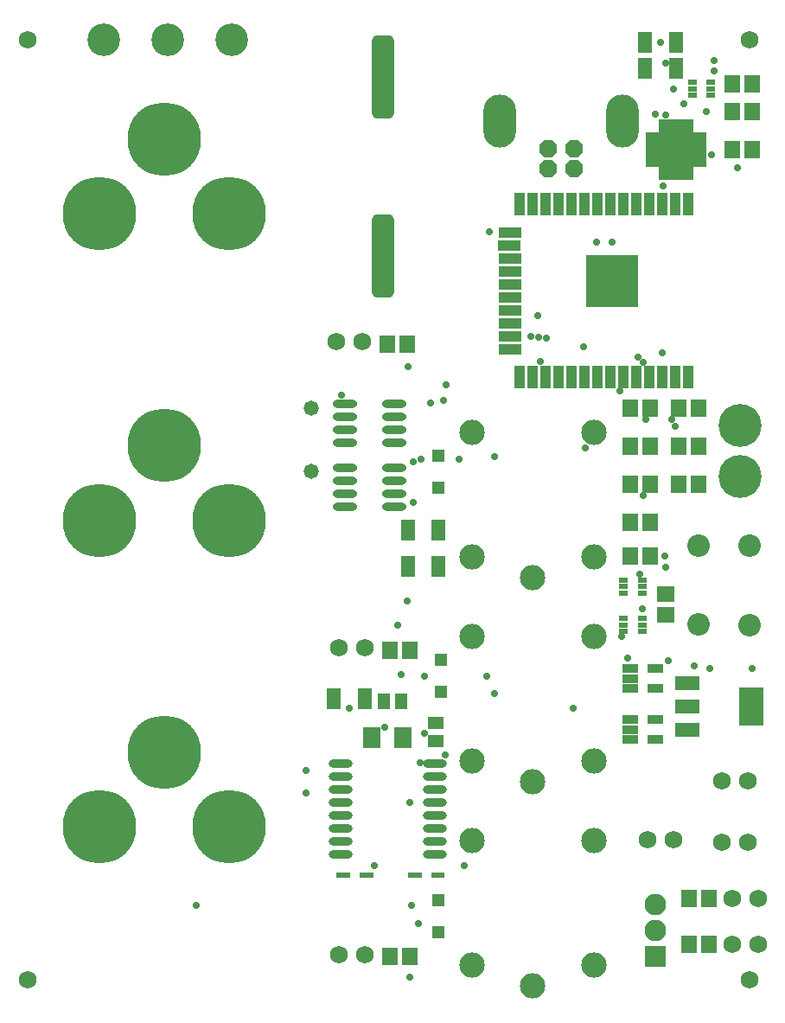
<source format=gts>
G04 Layer_Color=20142*
%FSLAX24Y24*%
%MOIN*%
G70*
G01*
G75*
%ADD64R,0.2326X0.1340*%
%ADD65R,0.1340X0.2326*%
%ADD66R,0.0612X0.0690*%
%ADD67R,0.0533X0.0789*%
%ADD68O,0.0946X0.0316*%
%ADD69R,0.0960X0.0560*%
%ADD70R,0.0950X0.1500*%
%ADD71R,0.0257X0.0218*%
%ADD72R,0.0690X0.0612*%
%ADD73R,0.0631X0.0513*%
%ADD74R,0.0592X0.0356*%
%ADD75R,0.0340X0.0198*%
%ADD76R,0.0474X0.0474*%
%ADD77R,0.1312X0.1312*%
%ADD78O,0.0415X0.0159*%
%ADD79O,0.0159X0.0415*%
%ADD80O,0.0926X0.0316*%
%ADD81R,0.0434X0.0867*%
%ADD82R,0.0867X0.0434*%
%ADD83R,0.2049X0.2049*%
%ADD84R,0.0513X0.0631*%
%ADD85R,0.0671X0.0828*%
%ADD86C,0.0680*%
%ADD87C,0.2836*%
%ADD88C,0.0867*%
%ADD89C,0.1080*%
%ADD90C,0.0830*%
%ADD91R,0.0830X0.0830*%
G04:AMPARAMS|DCode=92|XSize=323mil|YSize=86.7mil|CornerRadius=23.7mil|HoleSize=0mil|Usage=FLASHONLY|Rotation=270.000|XOffset=0mil|YOffset=0mil|HoleType=Round|Shape=RoundedRectangle|*
%AMROUNDEDRECTD92*
21,1,0.3230,0.0394,0,0,270.0*
21,1,0.2756,0.0867,0,0,270.0*
1,1,0.0474,-0.0197,-0.1378*
1,1,0.0474,-0.0197,0.1378*
1,1,0.0474,0.0197,0.1378*
1,1,0.0474,0.0197,-0.1378*
%
%ADD92ROUNDEDRECTD92*%
%ADD93C,0.0980*%
%ADD94C,0.1655*%
%ADD95O,0.1261X0.2049*%
%ADD96P,0.0726X8X202.5*%
%ADD97C,0.1261*%
%ADD98C,0.0316*%
%ADD99C,0.0580*%
%ADD100C,0.0277*%
D64*
X35827Y43012D02*
D03*
D65*
X35827Y43012D02*
D03*
D66*
X24813Y23720D02*
D03*
X25581D02*
D03*
X34833Y31595D02*
D03*
X34065D02*
D03*
Y28642D02*
D03*
X34833D02*
D03*
X36703Y30118D02*
D03*
X35935D02*
D03*
X34065Y27362D02*
D03*
X34833D02*
D03*
X35935Y31594D02*
D03*
X36703D02*
D03*
Y33071D02*
D03*
X35935D02*
D03*
X38002Y44488D02*
D03*
X38770D02*
D03*
X38770Y45571D02*
D03*
X38002D02*
D03*
X34833Y30118D02*
D03*
X34065D02*
D03*
X37096Y12402D02*
D03*
X36329D02*
D03*
X37096Y14173D02*
D03*
X36329D02*
D03*
X24715Y35531D02*
D03*
X25482D02*
D03*
X24813Y11909D02*
D03*
X25581D02*
D03*
X38002Y43012D02*
D03*
X38770D02*
D03*
X34833Y33071D02*
D03*
X34065D02*
D03*
D67*
X22638Y21850D02*
D03*
X23819D02*
D03*
X25492Y26969D02*
D03*
X26673D02*
D03*
X25492Y28346D02*
D03*
X26673D02*
D03*
X35827Y46161D02*
D03*
X34646D02*
D03*
X35827Y47146D02*
D03*
X34646D02*
D03*
D68*
X24961Y29270D02*
D03*
Y29770D02*
D03*
Y30270D02*
D03*
Y30770D02*
D03*
X23071Y29270D02*
D03*
Y29770D02*
D03*
Y30270D02*
D03*
Y30770D02*
D03*
X24961Y31730D02*
D03*
Y32230D02*
D03*
Y32730D02*
D03*
Y33230D02*
D03*
X23071Y31730D02*
D03*
Y32230D02*
D03*
Y32730D02*
D03*
Y33230D02*
D03*
D69*
X36280Y22465D02*
D03*
Y21555D02*
D03*
Y20645D02*
D03*
D70*
X38730Y21555D02*
D03*
D71*
X26772Y15059D02*
D03*
X26516D02*
D03*
X25886D02*
D03*
X25630D02*
D03*
X24016D02*
D03*
X23760D02*
D03*
X23130D02*
D03*
X22874D02*
D03*
D72*
X35433Y25108D02*
D03*
Y25876D02*
D03*
D73*
X26575Y20226D02*
D03*
Y20915D02*
D03*
D74*
X35020Y23012D02*
D03*
Y22264D02*
D03*
X34075D02*
D03*
Y22638D02*
D03*
Y23012D02*
D03*
X35020Y21043D02*
D03*
Y20295D02*
D03*
X34075D02*
D03*
Y20669D02*
D03*
Y21043D02*
D03*
D75*
X33791Y26437D02*
D03*
Y26181D02*
D03*
Y25925D02*
D03*
X34516D02*
D03*
Y26181D02*
D03*
Y26437D02*
D03*
Y24449D02*
D03*
Y24705D02*
D03*
Y24961D02*
D03*
X33791D02*
D03*
Y24705D02*
D03*
Y24449D02*
D03*
X36449Y45630D02*
D03*
Y45374D02*
D03*
Y45118D02*
D03*
X37173D02*
D03*
Y45374D02*
D03*
Y45630D02*
D03*
D76*
X26772Y22116D02*
D03*
Y23356D02*
D03*
X26673Y12864D02*
D03*
Y14104D02*
D03*
Y29990D02*
D03*
Y31230D02*
D03*
D77*
X35827Y43012D02*
D03*
D78*
X36781Y43602D02*
D03*
Y43406D02*
D03*
Y43209D02*
D03*
Y43012D02*
D03*
Y42815D02*
D03*
Y42618D02*
D03*
Y42421D02*
D03*
X34872D02*
D03*
Y42618D02*
D03*
Y42815D02*
D03*
Y43012D02*
D03*
Y43209D02*
D03*
Y43406D02*
D03*
Y43602D02*
D03*
D79*
X36417Y42057D02*
D03*
X36220D02*
D03*
X36024D02*
D03*
X35827D02*
D03*
X35630D02*
D03*
X35433D02*
D03*
X35236D02*
D03*
Y43967D02*
D03*
X35433D02*
D03*
X35630D02*
D03*
X35827D02*
D03*
X36024D02*
D03*
X36220D02*
D03*
X36417D02*
D03*
D80*
X22894Y19368D02*
D03*
Y18868D02*
D03*
Y18368D02*
D03*
Y17868D02*
D03*
Y17368D02*
D03*
Y16868D02*
D03*
Y16368D02*
D03*
Y15868D02*
D03*
X26516Y19368D02*
D03*
Y18868D02*
D03*
Y18368D02*
D03*
Y17868D02*
D03*
Y17368D02*
D03*
Y16868D02*
D03*
Y16368D02*
D03*
Y15868D02*
D03*
D81*
X29814Y40937D02*
D03*
X36314D02*
D03*
X35814D02*
D03*
X35314D02*
D03*
X34814D02*
D03*
X34314D02*
D03*
X33814D02*
D03*
X33314D02*
D03*
X32814D02*
D03*
X32314D02*
D03*
X31814D02*
D03*
X31314D02*
D03*
X30814D02*
D03*
X30314D02*
D03*
Y34244D02*
D03*
X30814D02*
D03*
X31314D02*
D03*
X31814D02*
D03*
X32314D02*
D03*
X32814D02*
D03*
X33314D02*
D03*
X33814D02*
D03*
X34314D02*
D03*
X34814D02*
D03*
X35314D02*
D03*
X35814D02*
D03*
X36314D02*
D03*
X29814D02*
D03*
D82*
X29420Y35841D02*
D03*
Y36341D02*
D03*
Y36841D02*
D03*
Y37341D02*
D03*
Y37841D02*
D03*
Y38341D02*
D03*
Y38841D02*
D03*
X29414Y39341D02*
D03*
X29420Y39841D02*
D03*
Y35341D02*
D03*
D83*
X33364Y37967D02*
D03*
D84*
X24557Y21752D02*
D03*
X25246D02*
D03*
D85*
X24114Y20374D02*
D03*
X25295D02*
D03*
D86*
X38681Y11024D02*
D03*
X38591Y16339D02*
D03*
X37591D02*
D03*
X38591Y18701D02*
D03*
X37591D02*
D03*
X38681Y47244D02*
D03*
X10827D02*
D03*
X23819Y23819D02*
D03*
X22819D02*
D03*
X23720Y35630D02*
D03*
X22720D02*
D03*
X37992Y14173D02*
D03*
X38992D02*
D03*
X37992Y12402D02*
D03*
X38992D02*
D03*
X10827Y11024D02*
D03*
X35736Y16437D02*
D03*
X34736D02*
D03*
X23819Y12008D02*
D03*
X22819D02*
D03*
D87*
X13602Y40551D02*
D03*
X16102Y43425D02*
D03*
X18602Y40551D02*
D03*
X13602Y28740D02*
D03*
X16102Y31614D02*
D03*
X18602Y28740D02*
D03*
X13602Y16929D02*
D03*
X16102Y19803D02*
D03*
X18602Y16929D02*
D03*
D88*
X36712Y24720D02*
D03*
X38682Y24705D02*
D03*
X36712Y27772D02*
D03*
X38682Y27756D02*
D03*
D89*
X33364Y37967D02*
D03*
D90*
X35039Y13909D02*
D03*
Y12909D02*
D03*
D91*
Y11909D02*
D03*
D92*
X24528Y38928D02*
D03*
Y45818D02*
D03*
D93*
X32675Y11583D02*
D03*
X27955D02*
D03*
Y16378D02*
D03*
X32675D02*
D03*
X30315Y10788D02*
D03*
X32675Y19457D02*
D03*
X27955D02*
D03*
Y24252D02*
D03*
X32675D02*
D03*
X30315Y18662D02*
D03*
X32675Y27331D02*
D03*
X27955D02*
D03*
Y32126D02*
D03*
X32675D02*
D03*
X30315Y26536D02*
D03*
D94*
X38287Y32382D02*
D03*
Y30413D02*
D03*
D95*
X33768Y44136D02*
D03*
X29028D02*
D03*
D96*
X30906Y43069D02*
D03*
Y42281D02*
D03*
X31890D02*
D03*
Y43069D02*
D03*
D97*
X13780Y47244D02*
D03*
X16240D02*
D03*
X18701D02*
D03*
D98*
X35394Y42579D02*
D03*
Y43012D02*
D03*
Y43445D02*
D03*
X35827Y42579D02*
D03*
Y43012D02*
D03*
Y43445D02*
D03*
X36260Y42579D02*
D03*
Y43012D02*
D03*
Y43445D02*
D03*
D99*
X21752Y33071D02*
D03*
Y30610D02*
D03*
D100*
X38189Y42323D02*
D03*
X34350Y35039D02*
D03*
X37303Y46457D02*
D03*
Y46063D02*
D03*
X37008Y44488D02*
D03*
X35335Y41634D02*
D03*
X37205Y42815D02*
D03*
X21555Y19094D02*
D03*
Y18209D02*
D03*
X34660Y32630D02*
D03*
X34440Y26670D02*
D03*
X33660Y33720D02*
D03*
X31850Y21490D02*
D03*
X35433Y26920D02*
D03*
X30490Y36610D02*
D03*
X35314Y35180D02*
D03*
X35814Y32360D02*
D03*
X34560Y34840D02*
D03*
X35670Y32620D02*
D03*
X33720Y24260D02*
D03*
X34520Y25310D02*
D03*
X33970Y23440D02*
D03*
X34570Y29680D02*
D03*
X32270Y35419D02*
D03*
X32340Y31520D02*
D03*
X30530Y35790D02*
D03*
X35390Y27362D02*
D03*
X30840Y35760D02*
D03*
X30220Y35820D02*
D03*
X27660Y15440D02*
D03*
X24200D02*
D03*
X25220Y22780D02*
D03*
X26940Y19690D02*
D03*
X26120Y20510D02*
D03*
X25552Y17868D02*
D03*
X23230Y21490D02*
D03*
X26120Y22740D02*
D03*
X25950Y19386D02*
D03*
X24586Y20750D02*
D03*
X28543Y22736D02*
D03*
X25098Y24705D02*
D03*
X28839Y22047D02*
D03*
X25886Y13189D02*
D03*
X25492Y34646D02*
D03*
X27461Y31102D02*
D03*
X38780Y23031D02*
D03*
X37129D02*
D03*
X25984Y31102D02*
D03*
X28839Y31201D02*
D03*
X30610Y34843D02*
D03*
X26969Y33957D02*
D03*
X26870Y33366D02*
D03*
X26378Y33268D02*
D03*
X25642Y13878D02*
D03*
X17323D02*
D03*
X35728Y45374D02*
D03*
X35039Y44390D02*
D03*
X35236Y47146D02*
D03*
X35417Y44374D02*
D03*
X36122Y44783D02*
D03*
X35417Y46342D02*
D03*
X25470Y25637D02*
D03*
X22920Y33550D02*
D03*
X25689Y31004D02*
D03*
Y29429D02*
D03*
X36516Y23130D02*
D03*
X35531Y23327D02*
D03*
X33364Y39467D02*
D03*
X32778D02*
D03*
X28642Y39862D02*
D03*
X25581Y11132D02*
D03*
M02*

</source>
